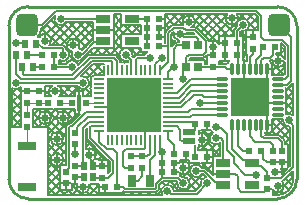
<source format=gtl>
G04*
G04 #@! TF.GenerationSoftware,Altium Limited,Altium Designer,21.3.2 (30)*
G04*
G04 Layer_Physical_Order=1*
G04 Layer_Color=255*
%FSLAX25Y25*%
%MOIN*%
G70*
G04*
G04 #@! TF.SameCoordinates,A34A3340-7ABE-472C-AE94-605A2DEBF9E2*
G04*
G04*
G04 #@! TF.FilePolarity,Positive*
G04*
G01*
G75*
%ADD11C,0.00600*%
%ADD12C,0.01000*%
%ADD18R,0.05118X0.02756*%
G04:AMPARAMS|DCode=19|XSize=75mil|YSize=75mil|CornerRadius=18.75mil|HoleSize=0mil|Usage=FLASHONLY|Rotation=0.000|XOffset=0mil|YOffset=0mil|HoleType=Round|Shape=RoundedRectangle|*
%AMROUNDEDRECTD19*
21,1,0.07500,0.03750,0,0,0.0*
21,1,0.03750,0.07500,0,0,0.0*
1,1,0.03750,0.01875,-0.01875*
1,1,0.03750,-0.01875,-0.01875*
1,1,0.03750,-0.01875,0.01875*
1,1,0.03750,0.01875,0.01875*
%
%ADD19ROUNDEDRECTD19*%
%ADD20R,0.05906X0.02913*%
G04:AMPARAMS|DCode=21|XSize=38.98mil|YSize=10.63mil|CornerRadius=1.33mil|HoleSize=0mil|Usage=FLASHONLY|Rotation=180.000|XOffset=0mil|YOffset=0mil|HoleType=Round|Shape=RoundedRectangle|*
%AMROUNDEDRECTD21*
21,1,0.03898,0.00797,0,0,180.0*
21,1,0.03632,0.01063,0,0,180.0*
1,1,0.00266,-0.01816,0.00399*
1,1,0.00266,0.01816,0.00399*
1,1,0.00266,0.01816,-0.00399*
1,1,0.00266,-0.01816,-0.00399*
%
%ADD21ROUNDEDRECTD21*%
G04:AMPARAMS|DCode=22|XSize=38.98mil|YSize=10.63mil|CornerRadius=1.33mil|HoleSize=0mil|Usage=FLASHONLY|Rotation=270.000|XOffset=0mil|YOffset=0mil|HoleType=Round|Shape=RoundedRectangle|*
%AMROUNDEDRECTD22*
21,1,0.03898,0.00797,0,0,270.0*
21,1,0.03632,0.01063,0,0,270.0*
1,1,0.00266,-0.00399,-0.01816*
1,1,0.00266,-0.00399,0.01816*
1,1,0.00266,0.00399,0.01816*
1,1,0.00266,0.00399,-0.01816*
%
%ADD22ROUNDEDRECTD22*%
%ADD23R,0.02362X0.02362*%
%ADD24R,0.02756X0.02756*%
%ADD25R,0.01181X0.05709*%
%ADD26R,0.01968X0.02756*%
%ADD27R,0.02362X0.02362*%
%ADD28R,0.18110X0.18110*%
%ADD29O,0.00787X0.03740*%
%ADD30O,0.03740X0.00787*%
%ADD31R,0.01968X0.02362*%
%ADD32R,0.02500X0.04000*%
%ADD33R,0.02362X0.02756*%
%ADD52R,0.12795X0.12795*%
%ADD53R,0.04488X0.02264*%
%ADD54C,0.00400*%
%ADD55C,0.02500*%
D11*
X77461Y55847D02*
G03*
X80250Y57900I639J2053D01*
G01*
X76550Y60100D02*
G03*
X75940Y61600I-2150J0D01*
G01*
X72860D02*
G03*
X76550Y60100I1540J-1500D01*
G01*
X80250Y57900D02*
G03*
X76047Y57261I-2150J0D01*
G01*
X75293Y56507D02*
G03*
X75000Y55800I707J-707D01*
G01*
X75293Y56507D02*
G03*
X75000Y55800I707J-707D01*
G01*
X92000Y46461D02*
G03*
X88999Y47952I-2100J-461D01*
G01*
X87782Y46367D02*
G03*
X92000Y45539I2118J-367D01*
G01*
X92843Y36843D02*
G03*
X93550Y37135I0J1000D01*
G01*
X92843Y36843D02*
G03*
X93550Y37135I0J1000D01*
G01*
X92431Y36273D02*
G03*
X92260Y36843I-1033J0D01*
G01*
X79539Y47950D02*
G03*
X79291Y47291I752J-659D01*
G01*
X87000Y46000D02*
G03*
X87707Y46293I0J1000D01*
G01*
X87000Y46000D02*
G03*
X87707Y46293I0J1000D01*
G01*
X79539Y47950D02*
G03*
X79291Y47291I752J-659D01*
G01*
X87628Y45013D02*
G03*
X86899Y46000I-1033J0D01*
G01*
X79291Y45874D02*
G03*
X78721Y46046I-570J-861D01*
G01*
X73491Y45919D02*
G03*
X72954Y45013I496J-906D01*
G01*
X72707Y44707D02*
G03*
X72000Y45000I-707J-707D01*
G01*
X72707Y44707D02*
G03*
X72000Y45000I-707J-707D01*
G01*
X60905Y57050D02*
G03*
X62150Y59000I-905J1950D01*
G01*
D02*
G03*
X58099Y57995I-2150J0D01*
G01*
X62772Y56757D02*
G03*
X62065Y57050I-707J-707D01*
G01*
X62772Y56757D02*
G03*
X62065Y57050I-707J-707D01*
G01*
X55000Y58000D02*
G03*
X54293Y57707I0J-1000D01*
G01*
X55000Y58000D02*
G03*
X54293Y57707I0J-1000D01*
G01*
X52443Y55857D02*
G03*
X52150Y55150I707J-707D01*
G01*
X54938Y55524D02*
G03*
X56785Y52709I2042J-674D01*
G01*
X52443Y55857D02*
G03*
X52150Y55150I707J-707D01*
G01*
X69982Y51533D02*
G03*
X66609Y52339I-1982J-833D01*
G01*
Y52507D02*
G03*
X66316Y53214I-1000J0D01*
G01*
X66609Y52507D02*
G03*
X66316Y53214I-1000J0D01*
G01*
X64714Y47000D02*
G03*
X65421Y47293I0J1000D01*
G01*
X64714Y47000D02*
G03*
X65421Y47293I0J1000D01*
G01*
X56087Y52087D02*
G03*
X55379Y51794I0J-1000D01*
G01*
X56087Y52087D02*
G03*
X55379Y51794I0J-1000D01*
G01*
X92431Y30367D02*
G03*
X92249Y30953I-1033J0D01*
G01*
Y30953D02*
G03*
X92431Y31538I-851J586D01*
G01*
Y34304D02*
G03*
X92249Y34890I-1033J0D01*
G01*
D02*
G03*
X92431Y35475I-851J586D01*
G01*
Y32336D02*
G03*
X92249Y32921I-1033J0D01*
G01*
D02*
G03*
X92431Y33507I-851J586D01*
G01*
X94800Y27732D02*
G03*
X92431Y28019I-1400J-1632D01*
G01*
X92249Y28984D02*
G03*
X92431Y29570I-851J586D01*
G01*
Y28399D02*
G03*
X92249Y28984I-1033J0D01*
G01*
X91302Y26568D02*
G03*
X93600Y23959I2098J-469D01*
G01*
X86595Y21765D02*
G03*
X87628Y22798I0J1033D01*
G01*
X85228Y21937D02*
G03*
X85798Y21765I570J861D01*
G01*
X90507Y20907D02*
G03*
X89800Y21200I-707J-707D01*
G01*
X90507Y20907D02*
G03*
X89800Y21200I-707J-707D01*
G01*
X68094Y22050D02*
G03*
X70551Y18611I905J-1950D01*
G01*
X92000Y19000D02*
G03*
X91707Y19707I-1000J0D01*
G01*
X92000Y19000D02*
G03*
X91707Y19707I-1000J0D01*
G01*
X91072Y5867D02*
G03*
X91598Y6143I-182J983D01*
G01*
X91072Y5867D02*
G03*
X91598Y6143I-182J983D01*
G01*
X91050Y9000D02*
G03*
X90813Y9982I-2150J0D01*
G01*
X90936Y8310D02*
G03*
X91050Y9000I-2036J690D01*
G01*
X91750Y4300D02*
G03*
X91072Y5867I-2150J0D01*
G01*
X89551Y1200D02*
G03*
X94800Y6449I0J5249D01*
G01*
X88081Y2778D02*
G03*
X91750Y4300I1519J1522D01*
G01*
X67142Y22919D02*
G03*
X68094Y22050I1858J1081D01*
G01*
X63344Y17827D02*
G03*
X66550Y19700I1056J1873D01*
G01*
D02*
G03*
X63344Y21573I-2150J0D01*
G01*
X60350Y10300D02*
G03*
X57018Y12096I-2150J0D01*
G01*
X65807Y10007D02*
G03*
X65100Y10300I-707J-707D01*
G01*
X65807Y10007D02*
G03*
X65100Y10300I-707J-707D01*
G01*
X64403D02*
G03*
X64403Y8300I-1903J-1000D01*
G01*
X65762Y7223D02*
G03*
X64047Y4461I338J-2123D01*
G01*
X57018Y8504D02*
G03*
X60350Y10300I1182J1796D01*
G01*
Y5100D02*
G03*
X57561Y7153I-2150J0D01*
G01*
X56147Y5739D02*
G03*
X60350Y5100I2053J-639D01*
G01*
X55048Y2600D02*
G03*
X51187Y1200I-2148J-100D01*
G01*
X49857Y2920D02*
G03*
X50150Y3627I-707J707D01*
G01*
X49857Y2920D02*
G03*
X50150Y3627I-707J707D01*
G01*
X46030Y48919D02*
G03*
X45097Y48000I970J-1919D01*
G01*
X43000D02*
G03*
X42293Y47707I0J-1000D01*
G01*
X43000Y48000D02*
G03*
X42293Y47707I0J-1000D01*
G01*
X41150Y48000D02*
G03*
X39779Y45996I-2150J0D01*
G01*
X39827Y45462D02*
G03*
X38465Y45330I-575J-1159D01*
G01*
X37102Y45898D02*
G03*
X36810Y46605I-1000J0D01*
G01*
X37102Y45898D02*
G03*
X36810Y46605I-1000J0D01*
G01*
X38465Y45330D02*
G03*
X37102Y45462I-787J-1027D01*
G01*
X35707Y47707D02*
G03*
X35000Y48000I-707J-707D01*
G01*
X35707Y47707D02*
G03*
X35000Y48000I-707J-707D01*
G01*
X28524Y41168D02*
G03*
X27497Y39087I0J-1294D01*
G01*
Y35937D02*
G03*
X27497Y34362I1027J-787D01*
G01*
Y37512D02*
G03*
X27497Y35937I1027J-787D01*
G01*
X23317Y50126D02*
G03*
X23550Y51100I-1917J974D01*
G01*
X24513Y49527D02*
G03*
X23317Y50126I-1513J-1527D01*
G01*
X18507Y50907D02*
G03*
X17800Y51200I-707J-707D01*
G01*
X18507Y50907D02*
G03*
X17800Y51200I-707J-707D01*
G01*
X19000Y50000D02*
G03*
X18707Y50707I-1000J0D01*
G01*
X19000Y50000D02*
G03*
X18707Y50707I-1000J0D01*
G01*
X27041Y48000D02*
G03*
X26333Y47707I0J-1000D01*
G01*
X21083Y48974D02*
G03*
X25037Y47311I1917J-974D01*
G01*
X23550Y51100D02*
G03*
X21083Y48974I-2150J0D01*
G01*
X27041Y48000D02*
G03*
X26333Y47707I0J-1000D01*
G01*
X23098Y44471D02*
G03*
X19097Y45000I-2098J-471D01*
G01*
X20150Y48000D02*
G03*
X19000Y49903I-2150J0D01*
G01*
X15378Y60964D02*
G03*
X19203Y59000I1922J-964D01*
G01*
X11000Y57000D02*
G03*
X11707Y57293I0J1000D01*
G01*
X11000Y57000D02*
G03*
X11707Y57293I0J1000D01*
G01*
X9633Y53978D02*
G03*
X10650Y56125I-1758J2147D01*
G01*
X16821Y46202D02*
G03*
X20150Y48000I1179J1798D01*
G01*
X14150Y52700D02*
G03*
X10271Y53978I-2150J0D01*
G01*
X13540Y51200D02*
G03*
X14150Y52700I-1540J1500D01*
G01*
X27497Y39087D02*
G03*
X27497Y37512I1027J-787D01*
G01*
X26842Y38692D02*
G03*
X24199Y40784I-2150J0D01*
G01*
X22788Y37692D02*
G03*
X26842Y38692I1903J1000D01*
G01*
X17650Y35800D02*
G03*
X16522Y37692I-2150J0D01*
G01*
X1200Y36793D02*
G03*
X3919Y37139I1150J1817D01*
G01*
X14478Y37692D02*
G03*
X14209Y34081I1022J-1892D01*
G01*
X16792D02*
G03*
X17650Y35800I-1292J1719D01*
G01*
X29000Y14606D02*
G03*
X25700Y16423I-2150J0D01*
G01*
X28541Y13278D02*
G03*
X29000Y14606I-1691J1328D01*
G01*
X26000Y20300D02*
G03*
X26293Y19593I1000J0D01*
G01*
X26000Y20300D02*
G03*
X26293Y19593I1000J0D01*
G01*
X22842Y4982D02*
G03*
X26850Y3900I1858J-1082D01*
G01*
X20446Y25081D02*
G03*
X19739Y24788I0J-1000D01*
G01*
X20446Y25081D02*
G03*
X19739Y24788I0J-1000D01*
G01*
X20150Y27000D02*
G03*
X20150Y27000I-2150J0D01*
G01*
X38193Y2393D02*
G03*
X38900Y2100I707J707D01*
G01*
X48623D02*
G03*
X49330Y2393I0J1000D01*
G01*
X38193D02*
G03*
X38900Y2100I707J707D01*
G01*
X48623D02*
G03*
X49330Y2393I0J1000D01*
G01*
X26850Y3900D02*
G03*
X26659Y4785I-2150J0D01*
G01*
X19212Y24261D02*
G03*
X18919Y23554I707J-707D01*
G01*
X19212Y24261D02*
G03*
X18919Y23554I707J-707D01*
G01*
X14150Y27000D02*
G03*
X14150Y27000I-2150J0D01*
G01*
X16970Y11081D02*
G03*
X18150Y13000I-970J1919D01*
G01*
Y20000D02*
G03*
X18150Y20000I-2150J0D01*
G01*
Y13000D02*
G03*
X16919Y11056I-2150J0D01*
G01*
X81986Y61600D02*
X83000Y60586D01*
Y56050D02*
Y60586D01*
X79821Y61600D02*
X83000Y58421D01*
X80229Y57602D02*
X83000Y60373D01*
X81506Y56050D02*
X83000Y57544D01*
X79219Y56050D02*
X83000D01*
X76993Y61600D02*
X78602Y59990D01*
X79406Y59607D02*
X81399Y61600D01*
X76462Y59491D02*
X78571Y61600D01*
X80190Y58403D02*
X82543Y56050D01*
X77000Y55386D02*
X77461Y55847D01*
X79519Y53969D02*
X81300D01*
Y55750D01*
X79219Y52113D02*
Y56050D01*
X78081Y52027D02*
X79219Y50889D01*
Y47950D02*
Y51887D01*
X78081Y52625D02*
X79219Y53763D01*
X77000Y54081D02*
Y55386D01*
X77275Y55661D02*
X79219Y53717D01*
X77000Y54373D02*
X78398Y55771D01*
X78081Y50081D02*
Y54081D01*
X77000D02*
X78081D01*
X75940Y61600D02*
X81986D01*
X75293Y56507D02*
X76047Y57261D01*
X74400Y60100D02*
X76250D01*
X71336Y61600D02*
X72314Y60622D01*
X72550Y60100D02*
X74400D01*
X52018Y61600D02*
X72860D01*
X74922Y58014D02*
X75861Y57075D01*
X74400Y58250D02*
Y60100D01*
X71052Y54081D02*
X75008Y58038D01*
X74144Y54081D02*
X75000D01*
Y55800D01*
X73880Y54081D02*
X75000Y55201D01*
X68508Y61600D02*
X75000Y55108D01*
X65679Y61600D02*
X73198Y54081D01*
X65422Y54108D02*
X72621Y61307D01*
X69982Y54081D02*
X73919D01*
X66609Y52466D02*
X72803Y58661D01*
X90850Y50572D02*
X92000Y49421D01*
Y46461D02*
Y50586D01*
X90850Y51736D02*
X92000Y50586D01*
X90850Y48423D02*
X92000Y49574D01*
X90850Y48419D02*
Y51736D01*
X89900Y46000D02*
Y47850D01*
X89000Y48419D02*
X90850D01*
X89900Y46000D02*
X91750D01*
X89900Y44150D02*
Y46000D01*
X88050D02*
X89900D01*
X93550Y37135D02*
X94800Y38386D01*
X92431Y35863D02*
X94800Y38231D01*
X89326Y41243D02*
X92000Y43917D01*
X91351Y44414D02*
X92000Y43765D01*
Y41414D02*
Y45539D01*
X88757Y44179D02*
X91758Y41178D01*
X87767Y41243D02*
X91399D01*
X87628Y42479D02*
X88865Y41243D01*
X78081Y46968D02*
X79219Y48106D01*
X78081Y49198D02*
X79219Y48060D01*
X78081Y49797D02*
X79219Y50935D01*
X78081Y46046D02*
Y49919D01*
X72063Y46219D02*
Y48000D01*
X78081Y46046D02*
X78721D01*
X70081Y45919D02*
X73491D01*
X87564Y45372D02*
X88079Y44857D01*
X79291Y45874D02*
Y47291D01*
X87628Y42373D02*
X89216Y43962D01*
X87628Y41381D02*
Y45013D01*
X86197Y43197D02*
X87328D01*
X78323D02*
Y45746D01*
X60936Y60936D02*
X61600Y61600D01*
X62129Y59301D02*
X64428Y61600D01*
X60936Y60936D02*
X61600Y61600D01*
X60000Y59000D02*
X61850D01*
X60022Y61600D02*
X60542Y61081D01*
X57194Y61600D02*
X58380Y60414D01*
X55172Y58000D02*
X58772Y61600D01*
X58150Y59000D02*
X60000D01*
Y60850D01*
X55000Y58000D02*
X58000D01*
X64007Y55522D02*
X70085Y61600D01*
X62851D02*
X70370Y54081D01*
X62570Y56913D02*
X67257Y61600D01*
X62772Y56757D02*
X66316Y53214D01*
X62081Y59542D02*
X69042Y52581D01*
X60905Y57050D02*
X62065D01*
X59120Y55050D02*
X61651D01*
X56980Y54850D02*
X58830D01*
X55130D02*
X56980D01*
X54365Y61600D02*
X57965Y58000D01*
X52018Y57675D02*
X55943Y61600D01*
X52018Y60503D02*
X53115Y61600D01*
X52018Y61119D02*
X55137Y58000D01*
X52018Y59081D02*
Y61600D01*
Y57919D02*
Y59081D01*
X49937Y60000D02*
X51718D01*
X52018Y57919D02*
Y59081D01*
X49937Y57000D02*
X51718D01*
X52443Y55857D02*
X54293Y57707D01*
X52018Y58291D02*
X53447Y56862D01*
X54150Y54736D02*
X54938Y55524D01*
X52018Y54919D02*
Y56081D01*
Y54919D02*
Y56081D01*
Y57919D01*
X52150Y52000D02*
Y55150D01*
X52018Y53081D02*
Y54919D01*
X72063Y52000D02*
Y53781D01*
X69982Y51533D02*
Y54081D01*
X69347Y52376D02*
X69982Y53011D01*
X70282Y52000D02*
X72063D01*
X66219Y47937D02*
X68000D01*
Y50700D02*
Y52550D01*
X65421Y47293D02*
X65919Y47791D01*
X70081Y45884D02*
X70965Y45000D01*
X70456D02*
X71375Y45919D01*
X65919Y45000D02*
Y45856D01*
X70081Y45000D02*
Y45856D01*
Y45000D02*
X72000D01*
X65278D02*
X65919D01*
Y46081D02*
Y47791D01*
X63309Y47000D02*
X64031Y46278D01*
X65278Y45479D02*
X65919Y46120D01*
X65278Y45000D02*
Y46278D01*
X59129Y54800D02*
X61901D01*
X56785Y52087D02*
Y52709D01*
X54150Y53330D02*
X55550Y51930D01*
X56087Y52087D02*
X56785D01*
X54150Y54150D02*
X54830Y54830D01*
X54150Y54150D02*
X54830Y54830D01*
X49937Y54000D02*
X51718D01*
X52018Y52000D02*
Y53081D01*
Y52000D02*
Y53081D01*
X60480Y47000D02*
X61202Y46278D01*
X63248D02*
X63971Y47000D01*
X60414D02*
X64714D01*
X60722Y46278D02*
X61341D01*
X65278D01*
X60722D02*
X61341D01*
X54150Y51322D02*
X55849Y53021D01*
X54293Y50707D02*
X55379Y51794D01*
X54150Y51000D02*
Y54736D01*
X60420Y46278D02*
X61142Y47000D01*
X60063Y46278D02*
X60722D01*
X93199Y36908D02*
X94800Y35308D01*
X92303Y34976D02*
X94800Y32479D01*
X92277Y32880D02*
X94800Y35403D01*
X92431Y31538D02*
Y32336D01*
Y35475D02*
Y36273D01*
Y33507D02*
Y34304D01*
Y32019D02*
X94800Y29651D01*
Y27732D02*
Y38386D01*
X92431Y30206D02*
X94800Y32574D01*
X93302Y28248D02*
X94800Y29746D01*
X93600Y10974D02*
Y23959D01*
X92431Y29570D02*
Y30367D01*
X92379Y29244D02*
X93373Y28250D01*
X89583Y31937D02*
X92132D01*
X87767Y26568D02*
X91302D01*
X87628Y25403D02*
X88794Y26568D01*
X87596Y22542D02*
X91252Y26198D01*
X89397Y26568D02*
X93600Y22366D01*
X86197Y24614D02*
X87328D01*
X87628Y22798D02*
Y26430D01*
X86197Y22065D02*
Y24614D01*
X85798Y21765D02*
X86595D01*
X89082Y21200D02*
X92199Y24317D01*
X91062Y20352D02*
X93600Y22889D01*
X87628Y25509D02*
X93600Y19537D01*
X90507Y20907D02*
X91707Y19707D01*
X86254Y21200D02*
X86852Y21798D01*
X87622Y22686D02*
X89109Y21200D01*
X85711Y21769D02*
X86280Y21200D01*
X85414D02*
X89800D01*
X93081Y16714D02*
X93600Y17232D01*
X93081Y17228D02*
X93600Y16709D01*
X92000Y18461D02*
X93600Y20061D01*
X93081Y14399D02*
X93600Y13880D01*
X93081Y11057D02*
X93600Y11575D01*
X93081Y13885D02*
X93600Y14404D01*
X92000Y18081D02*
Y19000D01*
X93081Y14144D02*
Y18081D01*
X92000D02*
X93081D01*
Y10455D02*
X93600Y10974D01*
X94800Y6449D02*
Y9345D01*
X91598Y6143D02*
X94800Y9345D01*
X93639Y8184D02*
X94800Y7023D01*
X92225Y6770D02*
X94445Y4550D01*
X91736Y4055D02*
X94800Y7119D01*
X93081Y11571D02*
X93600Y11052D01*
X93081Y10455D02*
Y13919D01*
X92608Y9982D02*
X93081Y10455D01*
X93018Y2508D02*
X93492Y2982D01*
X91747Y4420D02*
X93345Y2822D01*
X91000Y12063D02*
X92781D01*
X91050Y9025D02*
X92006Y9982D01*
X90813D02*
X92608D01*
X90936Y8310D02*
X92608Y9982D01*
X91000Y10282D02*
Y12063D01*
X88900Y9000D02*
X90750D01*
X68392Y8260D02*
X71551D01*
X89600Y4300D02*
X91450D01*
X90813Y2525D02*
X91685Y1653D01*
X88881Y1200D02*
X89845Y2164D01*
X89600Y2450D02*
Y4300D01*
X88081Y1200D02*
Y2778D01*
X86000Y3063D02*
X87781D01*
X88081Y1200D02*
X89551D01*
X88081Y2429D02*
X89310Y1200D01*
X66172Y20917D02*
X67612Y22358D01*
X64762Y22919D02*
X66946Y20735D01*
X69635Y18046D02*
X70551Y17130D01*
X66993Y16081D02*
X68866Y17954D01*
X66249Y18604D02*
X70551Y14302D01*
X65937Y23219D02*
Y25000D01*
X64400Y19700D02*
Y21550D01*
X64273Y21846D02*
X65345Y22919D01*
X64400Y19700D02*
X66250D01*
X64473Y17551D02*
X65943Y16081D01*
X64400Y17850D02*
Y19700D01*
X70551Y14278D02*
Y18611D01*
X68092Y10538D02*
Y14278D01*
X68018Y14278D02*
X70551Y16811D01*
X68092Y14278D02*
X70551D01*
X67277Y11919D02*
X68092Y11104D01*
X64449Y11919D02*
X68092Y8275D01*
X65937Y12219D02*
Y14000D01*
X68018Y11919D02*
Y16081D01*
X65937Y14000D02*
Y15781D01*
Y14000D02*
X67718D01*
X64266Y10526D02*
X65659Y11919D01*
X64081Y22919D02*
X67142D01*
X64081Y16081D02*
X68018D01*
X64164D02*
X67127Y19044D01*
X63000Y16081D02*
X63856D01*
X63344Y21573D02*
Y22919D01*
Y17040D02*
Y17827D01*
X63000Y16081D02*
Y17040D01*
X58969Y13219D02*
Y15000D01*
X57113Y12919D02*
X59919D01*
Y11919D02*
Y12919D01*
X61620Y11919D02*
X62123Y11417D01*
X64081Y11919D02*
X68018D01*
X62357Y11445D02*
X62831Y11919D01*
X59919D02*
X63856D01*
X57792Y12919D02*
X58262Y12449D01*
X57627Y12372D02*
X58174Y12919D01*
X57018Y12096D02*
Y12919D01*
X58200Y10300D02*
Y12150D01*
X54937Y12000D02*
X56718D01*
X68092Y9722D02*
Y10538D01*
Y9722D02*
Y10538D01*
X66191Y9623D02*
X68092Y11524D01*
X67606Y8209D02*
X68092Y8695D01*
Y7722D02*
Y9722D01*
X65807Y10007D02*
X68092Y7722D01*
X64403Y10300D02*
X65100D01*
X58200Y8450D02*
Y10300D01*
X59915Y9003D02*
X60355Y9443D01*
X64686Y8300D02*
X65762Y7223D01*
X59169Y2600D02*
X64777Y8209D01*
X63375Y7336D02*
X64355Y6356D01*
X62186Y2600D02*
X64047Y4461D01*
X60006Y6266D02*
X61274Y7534D01*
X60319Y4735D02*
X62320Y2734D01*
X59380Y8503D02*
X63734Y4148D01*
X61997Y2600D02*
X64007Y4610D01*
X59085Y3141D02*
X59626Y2600D01*
X58200Y10300D02*
X60050D01*
X58161Y7250D02*
X59497Y8585D01*
X57018Y8036D02*
X57835Y7219D01*
X57018Y7655D02*
Y8504D01*
X54937Y9000D02*
X56718D01*
X52726Y4643D02*
X53883Y5800D01*
X50150Y4536D02*
X51414Y5800D01*
X56086D01*
X51091Y5477D02*
X52081Y4488D01*
X54655Y3743D02*
X56050Y5139D01*
X53597Y5800D02*
X56797Y2600D01*
X55048D02*
X62186D01*
X56340D02*
X57034Y3294D01*
X50150Y3627D02*
Y4536D01*
X50149Y3591D02*
X50796Y2944D01*
X49330Y2393D02*
X49857Y2920D01*
X43919Y56081D02*
Y57722D01*
X41273D02*
X43919Y55076D01*
X37541Y57722D02*
X43919D01*
Y54919D02*
Y56081D01*
Y54919D02*
Y56081D01*
X37541Y54798D02*
X43919D01*
X35010Y61600D02*
X37541D01*
Y57722D02*
Y61600D01*
X35010Y58538D02*
Y61600D01*
Y54809D02*
X37923Y57722D01*
X35010Y54798D02*
Y57722D01*
Y61156D02*
X37541Y58626D01*
X38445Y57722D02*
X41369Y54798D01*
X40655D02*
X43580Y57722D01*
X37827Y54798D02*
X40751Y57722D01*
X43484Y54798D02*
X43919Y55233D01*
X37541Y50242D02*
Y54798D01*
X35010Y52671D02*
X37859Y49822D01*
X35010Y53982D02*
Y54798D01*
Y53982D02*
Y54798D01*
Y55500D02*
X37541Y52969D01*
X35010Y50242D02*
Y53982D01*
Y51981D02*
X37541Y54511D01*
X35010Y57722D02*
Y58538D01*
Y57638D02*
X37541Y60168D01*
X35010Y60466D02*
X36144Y61600D01*
X35010Y57722D02*
Y58538D01*
X31551Y56260D02*
X34710D01*
X28392D02*
X31551D01*
X28092Y57722D02*
Y58538D01*
X25853Y59000D02*
X28092Y56761D01*
X19203Y59000D02*
X28092D01*
Y54798D02*
Y57722D01*
Y58538D01*
X35010Y58328D02*
X38541Y54798D01*
X28092Y52980D02*
Y53982D01*
X23453Y51738D02*
X28092Y56376D01*
X33858Y48000D02*
X37541Y51683D01*
X25327Y47513D02*
X28092Y50278D01*
X24275Y49731D02*
X28092Y53548D01*
Y53982D02*
Y54798D01*
X23024Y59000D02*
X28092Y53932D01*
X22040Y53153D02*
X27887Y59000D01*
X28092Y53982D02*
Y54798D01*
X24513Y49527D02*
X27736Y52751D01*
X43919Y49419D02*
X44419Y48919D01*
X45185Y48153D01*
X43919Y48919D02*
Y50242D01*
Y48919D02*
X46030D01*
X43000Y48000D02*
X45097D01*
X40756Y49241D02*
X41756Y50242D01*
X40268D02*
X42595Y47914D01*
X37541Y50242D02*
X43919D01*
X43097D02*
X43919Y49419D01*
X41473Y47130D02*
X43919Y49576D01*
X41695Y47109D02*
X42293Y47707D01*
X41093Y47510D02*
X41534Y47069D01*
X36050Y47364D02*
X36857Y48171D01*
X37102Y45588D02*
X37759Y46244D01*
X28092Y50242D02*
X35010D01*
X34611D02*
X36850Y48003D01*
X27041Y48000D02*
X35000D01*
X35707Y47707D02*
X36810Y46605D01*
X28954Y50242D02*
X31196Y48000D01*
X31029D02*
X33271Y50242D01*
X28201Y48000D02*
X30443Y50242D01*
X31783D02*
X34025Y48000D01*
X27091Y49277D02*
X28368Y48000D01*
X28214Y44800D02*
X31758D01*
X28739D02*
X31659Y41880D01*
X26139Y40281D02*
X30658Y44800D01*
X31659Y41350D02*
Y44303D01*
X29854Y41168D02*
X31659Y42973D01*
X28524Y41168D02*
X31476D01*
X27062Y43648D02*
X29543Y41168D01*
X24199Y40784D02*
X28214Y44800D01*
X20196Y59000D02*
X27091Y52105D01*
X18281Y58087D02*
X25677Y50691D01*
X17259Y51200D02*
X25059Y59000D01*
X21400Y51100D02*
X23250D01*
X21400D02*
Y52950D01*
X19550Y51100D02*
X21400D01*
X23098Y44471D02*
X26333Y47707D01*
X20113Y48397D02*
X20762Y49047D01*
X20135Y47747D02*
X21957Y45925D01*
X20668Y46124D02*
X21269Y46725D01*
X18972Y46082D02*
X19507Y45547D01*
X11707Y57293D02*
X15378Y60964D01*
X10640Y55895D02*
X15198Y60453D01*
X13968Y53566D02*
X19402Y59000D01*
X13977Y59562D02*
X20491Y53048D01*
X12388Y54815D02*
X15923Y58349D01*
X10650Y56125D02*
Y57000D01*
X9633Y53978D02*
X10271D01*
X13540Y51200D02*
X17800D01*
X14430D02*
X22230Y59000D01*
X12562Y58148D02*
X19276Y51435D01*
X16884Y45169D02*
X17603Y45887D01*
X16884Y45000D02*
Y46081D01*
X12000Y52700D02*
Y54550D01*
X10882Y57000D02*
X16682Y51200D01*
X12000Y52700D02*
X13850D01*
X25648Y42234D02*
X27388Y40494D01*
X26747Y38061D02*
X27259Y38573D01*
X26797Y38257D02*
X27406Y37648D01*
X22695Y45322D02*
X23235Y45863D01*
X21705Y37692D02*
X23643Y35754D01*
X17250Y37049D02*
X17893Y37692D01*
X24441Y35754D02*
X25323Y36636D01*
X21921Y35754D02*
X24902D01*
X25519Y36707D02*
X27240Y34985D01*
X25596Y34081D02*
X27478Y35963D01*
X19939Y34081D02*
X23102Y37244D01*
X24902Y34081D02*
Y35754D01*
Y34081D02*
X27333D01*
X23411Y32000D02*
Y35454D01*
X18877Y37692D02*
X21921Y34648D01*
X17627Y36113D02*
X19659Y34081D01*
X17110D02*
X20721Y37692D01*
X21921Y34081D02*
Y35754D01*
X19018Y34081D02*
X21921D01*
X16884Y45000D02*
X19097D01*
X12081Y37692D02*
X14478D01*
X16522D02*
X22788D01*
X15500Y35800D02*
X17350D01*
X13650D02*
X15500D01*
X13220Y37692D02*
X13798Y37114D01*
X3029Y36569D02*
X3919Y35679D01*
X10000Y35937D02*
X11781D01*
X4219D02*
X6000D01*
X12081Y34708D02*
X13358Y35985D01*
X12081Y36002D02*
X14002Y34081D01*
X16792D02*
X18919D01*
X12081D02*
X14209D01*
X3919D02*
Y37139D01*
X12081Y34081D02*
Y37692D01*
X1200Y35141D02*
X2526Y36467D01*
X1200Y32313D02*
X3919Y35032D01*
X1200Y35570D02*
X3919Y32851D01*
X28987Y14845D02*
X30014Y15872D01*
X26293Y19593D02*
X32868Y13018D01*
X28541Y13278D02*
X30231D01*
Y13260D02*
X31428Y14458D01*
X26000Y20300D02*
Y23586D01*
X27832Y16519D02*
X28600Y17286D01*
X26850Y14606D02*
X28700D01*
X26850D02*
Y16456D01*
X33081Y12174D02*
X33700Y11555D01*
Y9114D02*
Y12186D01*
X33081Y12805D02*
X33700Y12186D01*
X33081Y9345D02*
X33506Y8920D01*
X33081Y8495D02*
X33700Y9114D01*
X33081Y10454D02*
X33700Y11073D01*
X30231Y13018D02*
X32868D01*
X33081Y9081D02*
Y12805D01*
X28150Y11000D02*
Y12978D01*
X31000Y10937D02*
X32781D01*
X31000D02*
Y12718D01*
X23411Y28546D02*
Y32000D01*
X21921Y28246D02*
Y29919D01*
X20993D02*
X21921Y28991D01*
Y28246D02*
X23832D01*
X22666D02*
X23249Y27663D01*
X20667Y25081D02*
X23832Y28246D01*
X19018Y29919D02*
X21921D01*
X19756Y28241D02*
X21434Y29919D01*
X18164D02*
X21835Y26249D01*
X19642Y25613D02*
X20204Y25051D01*
X18000Y27000D02*
X19850D01*
X25700Y16423D02*
Y23286D01*
Y19555D02*
X32237Y13018D01*
X16446Y22103D02*
X22589Y28246D01*
X25700Y17215D02*
X27185Y18700D01*
X22000Y5282D02*
Y7063D01*
X21081Y2982D02*
Y4982D01*
X19000Y5063D02*
X20781D01*
X38900Y2100D02*
X48623D01*
X34144Y1919D02*
X38081D01*
X32063Y2219D02*
Y4000D01*
X32022Y1919D02*
X32741Y1200D01*
X30282Y4000D02*
X32063D01*
X34851Y1919D02*
X35570Y1200D01*
X32313D02*
X33032Y1919D01*
X48796Y2115D02*
X49712Y1200D01*
X49283D02*
X50757Y2674D01*
X43155Y2100D02*
X44055Y1200D01*
X45983Y2100D02*
X46883Y1200D01*
X46455D02*
X47355Y2100D01*
X43626Y1200D02*
X44526Y2100D01*
X40326D02*
X41226Y1200D01*
X40798D02*
X41698Y2100D01*
X37970Y1200D02*
X38870Y2101D01*
X37679Y1919D02*
X38398Y1200D01*
X35141D02*
X35860Y1919D01*
X27081Y4785D02*
X29982D01*
X26829Y4201D02*
X27413Y4785D01*
X29156D02*
X29982Y3959D01*
Y1919D02*
Y4785D01*
X24700Y3900D02*
X26550D01*
X21081Y4982D02*
X22842D01*
X22850Y3900D02*
X24700D01*
X21081Y4110D02*
X21952Y4982D01*
X24700Y2050D02*
Y3900D01*
X16919Y2982D02*
X21081D01*
X26656Y1200D02*
X29982Y4526D01*
X26812Y4300D02*
X29913Y1200D01*
X26054Y2230D02*
X27084Y1200D01*
X29982Y1919D02*
X33919D01*
X29484Y1200D02*
X30203Y1919D01*
X13000Y1200D02*
X51187D01*
X19646Y2982D02*
X21427Y1200D01*
X21081Y4375D02*
X24256Y1200D01*
X18171D02*
X19952Y2982D01*
X23827Y1200D02*
X24399Y1771D01*
X20999Y1200D02*
X22764Y2965D01*
X17830Y29143D02*
X18605Y29919D01*
X15336D02*
X16612Y28642D01*
X13887Y28030D02*
X15777Y29919D01*
X16150Y27000D02*
X18000D01*
Y28850D01*
X15081Y29919D02*
X18919D01*
X10919D02*
X12081D01*
X12173Y29143D02*
X12948Y29919D01*
X10919D02*
X12081D01*
X14856D01*
X12000Y27000D02*
X13850D01*
X12000D02*
Y28850D01*
X18000Y25150D02*
Y27000D01*
X17523Y24904D02*
X18919Y23508D01*
X13790Y25808D02*
X18919Y20679D01*
X19212Y24261D02*
X19739Y24788D01*
X12508Y29919D02*
X15904Y26523D01*
X12686Y24000D02*
X15857Y27171D01*
X12000Y25150D02*
Y27000D01*
X13000Y21485D02*
X16759Y25244D01*
X11918Y24852D02*
X12770Y24000D01*
X9679Y29919D02*
X10808Y28790D01*
X8081Y27880D02*
X10120Y29919D01*
X3919Y26081D02*
Y29919D01*
X10150Y27000D02*
X12000D01*
X8081Y28688D02*
X9852Y26918D01*
X8081Y29919D02*
X10919D01*
X3919Y30018D02*
Y33856D01*
X1200Y29484D02*
X3919Y32203D01*
X1200Y32741D02*
X3919Y30022D01*
X1200Y26656D02*
X3919Y29375D01*
X1200Y29913D02*
X3919Y27194D01*
X8081Y25860D02*
X9941Y24000D01*
X8081Y25052D02*
X9857Y26827D01*
X8081Y24000D02*
X13000D01*
X9858D02*
X10970Y25113D01*
X8081Y24000D02*
Y25856D01*
Y26081D02*
Y29919D01*
X1200Y27084D02*
X3919Y24365D01*
X1200Y24000D02*
Y36793D01*
X3919Y24000D02*
Y25856D01*
X1373Y24000D02*
X3919Y26546D01*
X17989Y20817D02*
X18919Y21747D01*
X14748Y14748D02*
X18919Y18919D01*
X14748Y14748D02*
X18919Y18919D01*
X17856Y18914D02*
X18919Y17851D01*
X17432Y14604D02*
X18919Y16091D01*
X16089Y17852D02*
X18919Y15022D01*
X16000Y20000D02*
X17850D01*
X16000Y18150D02*
Y20000D01*
Y21850D01*
Y13000D02*
X17850D01*
X16000D02*
Y14850D01*
X18150Y12963D02*
X18919Y12194D01*
Y11081D02*
Y23554D01*
X18068Y12411D02*
X18919Y13262D01*
X17219Y5063D02*
X19000D01*
Y3282D02*
Y5063D01*
X16970Y11081D02*
X18919D01*
X16919Y7144D02*
Y11056D01*
X16000Y11150D02*
Y13000D01*
X16919Y2982D02*
Y6919D01*
X15342Y1200D02*
X17124Y2982D01*
X14150Y20000D02*
X16000D01*
X13000Y23770D02*
X14914Y21856D01*
X13000Y15828D02*
X15183Y18011D01*
X13000Y13000D02*
X14253Y14253D01*
X13000Y18113D02*
X15963Y15150D01*
X13000Y20941D02*
X13852Y20089D01*
X13000Y18657D02*
X13897Y19554D01*
X1200Y24000D02*
X3919D01*
X13000Y13000D02*
X14253Y14253D01*
X13000Y15284D02*
X14165Y14120D01*
X13000Y9627D02*
X16919Y5708D01*
X13000Y12456D02*
X16919Y8537D01*
X13000Y1686D02*
X16919Y5605D01*
X13000Y6799D02*
X18599Y1200D01*
X13000Y4515D02*
X16919Y8434D01*
X14150Y13000D02*
X16000D01*
X13000Y10172D02*
X14396Y11568D01*
X13000Y1200D02*
Y24000D01*
Y3971D02*
X15771Y1200D01*
X13000Y7343D02*
X16589Y10932D01*
X19919Y23554D02*
X20446Y24081D01*
X19881Y9881D02*
Y10195D01*
X19000Y9000D02*
X19881Y9881D01*
X22150Y14980D02*
Y17913D01*
X19881Y10195D02*
X19919Y10233D01*
Y23554D01*
X22000Y18063D02*
X22150Y17913D01*
X22717Y23718D02*
X26276Y27276D01*
X22717Y22717D02*
Y23718D01*
X22000Y22000D02*
X22717Y22717D01*
X26276Y27276D02*
X30000D01*
X24700Y11300D02*
Y23700D01*
X26701Y25701D01*
X22000Y11000D02*
X25000D01*
X26701Y25701D02*
X30000D01*
X20446Y24081D02*
X21081D01*
X25850Y28850D02*
X30000D01*
X21081Y24081D02*
X25850Y28850D01*
X75100Y11800D02*
Y13900D01*
Y11800D02*
X78900Y8000D01*
X82400D01*
X77945Y12955D02*
X80045D01*
X82005Y10995D01*
X74400Y16500D02*
Y20276D01*
Y16500D02*
X77945Y12955D01*
X72900Y16100D02*
X75100Y13900D01*
X72900Y16100D02*
Y21600D01*
X69363Y23637D02*
X70863D01*
X72900Y21600D01*
X71551Y12000D02*
Y19349D01*
X70800Y20100D02*
X71551Y19349D01*
X69000Y20100D02*
X70800D01*
X74386Y20290D02*
Y24614D01*
Y20290D02*
X74400Y20276D01*
X68000Y47937D02*
Y50700D01*
X90891Y6850D02*
X94600Y10559D01*
Y24386D01*
X93400Y25586D02*
X94600Y24386D01*
X93400Y25586D02*
Y26100D01*
X61200Y22200D02*
X62000Y23000D01*
X57628Y19072D02*
X60200D01*
X57000Y19700D02*
X57628Y19072D01*
X80800Y49900D02*
X81091Y49609D01*
X81300Y48300D02*
Y50032D01*
X80291Y47291D02*
X81300Y48300D01*
X49937Y54000D02*
Y57000D01*
X51000Y6800D02*
Y6800D01*
X49150Y3627D02*
Y4950D01*
X51000Y6800D01*
X48623Y3100D02*
X49150Y3627D01*
X38900Y3100D02*
X48623D01*
X54202Y1600D02*
X62600D01*
X66100Y5100D01*
X52900Y2500D02*
X53302D01*
X54202Y1600D01*
X65100Y9300D02*
X68802Y5598D01*
X70473D01*
X62500Y9300D02*
X65100D01*
X70473Y5598D02*
X71551Y4520D01*
X38000Y4000D02*
X38900Y3100D01*
X51000Y6800D02*
Y9000D01*
X56500Y6800D02*
X58200Y5100D01*
X51000Y6800D02*
X56500D01*
X6000Y35937D02*
X10000D01*
X17300Y60000D02*
X31551D01*
X9000Y51700D02*
X9800D01*
X11300Y50200D01*
X17800D01*
X4960Y52000D02*
X5260Y51700D01*
X2350Y52000D02*
X4960D01*
X27000Y20300D02*
X34700Y12600D01*
Y8700D02*
Y12600D01*
X27000Y20300D02*
Y23775D01*
X30000Y19000D02*
X32600Y16400D01*
X34900D01*
X30000Y19000D02*
Y22551D01*
X33000Y7000D02*
X34700Y8700D01*
X34900Y16400D02*
X36000Y15300D01*
Y4000D02*
Y15300D01*
X28444Y52044D02*
X31075D01*
X31551Y52520D01*
X24620Y48220D02*
X28444Y52044D01*
X23000Y48000D02*
X23220Y48220D01*
X24620D01*
X38100Y10900D02*
X38800Y10200D01*
X40900D01*
X38100Y10900D02*
Y15400D01*
X39100Y16400D01*
X45000D01*
X45551Y16951D02*
Y19598D01*
X45000Y16400D02*
X45551Y16951D01*
X43000Y6000D02*
X44500Y7500D01*
Y10131D01*
X44561Y14130D02*
X46230D01*
X47126Y15026D02*
Y19598D01*
X46230Y14130D02*
X47126Y15026D01*
X44500Y14069D02*
X44561Y14130D01*
X44368Y14200D02*
X44500Y14069D01*
X40900Y14137D02*
X40963Y14200D01*
X44368D01*
X54937Y9000D02*
Y12000D01*
X85137Y2200D02*
X86000Y3063D01*
X76300Y3400D02*
X77500Y2200D01*
X85137D01*
X76300Y3400D02*
Y7500D01*
X75540Y8260D02*
X76300Y7500D01*
X71551Y8260D02*
X75540D01*
X88000Y12063D02*
X91000D01*
X14898Y47961D02*
X15000Y47858D01*
X76000Y52000D02*
Y55800D01*
X76354Y48000D02*
Y51646D01*
X76000Y55800D02*
X78100Y57900D01*
X76354Y43197D02*
Y48000D01*
X86000Y6850D02*
X90891D01*
X43000Y47000D02*
X47000D01*
X56980Y54850D02*
X57494D01*
X48737Y44737D02*
X51000Y47000D01*
X48737Y42863D02*
Y44737D01*
X58544Y53800D02*
X62558D01*
X57494Y54850D02*
X58544Y53800D01*
X87000Y47000D02*
X88000Y48000D01*
X85000Y47000D02*
X87000D01*
X88000Y48000D02*
Y49937D01*
X91000Y53000D02*
X93000Y51000D01*
X85000Y53000D02*
X91000D01*
X93000Y41000D02*
Y51000D01*
X89583Y39811D02*
X89706Y39935D01*
X91935D01*
X93000Y41000D01*
X91000Y57000D02*
Y58000D01*
X92843Y37843D02*
X94200Y39200D01*
Y53800D01*
X91000Y57000D02*
X94200Y53800D01*
X72063Y48000D02*
Y52000D01*
X58950Y56050D02*
X62065D01*
X65609Y52507D01*
X58000Y57000D02*
X58950Y56050D01*
X62558Y53800D02*
X63000Y53358D01*
Y51087D02*
Y53358D01*
X55000Y57000D02*
X58000D01*
X53150Y55150D02*
X55000Y57000D01*
X53150Y51000D02*
Y55150D01*
X64714Y48000D02*
X65609Y48895D01*
Y52507D01*
X53150Y45701D02*
Y51000D01*
X49937D02*
X53150D01*
X42402Y46402D02*
X43000Y47000D01*
X50276Y42827D02*
X53150Y45701D01*
X48701Y42827D02*
X48737Y42863D01*
X54850Y43850D02*
X54934D01*
Y43951D02*
X55000Y44016D01*
X60852Y39811D02*
X71000D01*
X55000Y44016D02*
Y50000D01*
X53225Y42225D02*
X54850Y43850D01*
X58000Y40000D02*
Y42937D01*
X53228Y35150D02*
X56190D01*
X60852Y39811D01*
X15000Y44000D02*
X21000D01*
X2350Y38609D02*
X2432Y38692D01*
X4108Y39892D02*
X21892D01*
X5199Y41092D02*
X21132D01*
X2367Y41633D02*
X4108Y39892D01*
X4847Y41443D02*
X5199Y41092D01*
X2432Y38692D02*
X24692D01*
X21132Y41092D02*
X27041Y47000D01*
X4847Y41443D02*
Y43412D01*
X21892Y39892D02*
X27800Y45800D01*
X4260Y44000D02*
X4847Y43412D01*
X26850Y13589D02*
Y14606D01*
Y13589D02*
X27268Y13170D01*
Y12078D02*
Y13170D01*
Y12078D02*
X27484Y11862D01*
X24700Y11300D02*
X25000Y11000D01*
X27484Y11862D02*
X28000D01*
X79197Y35000D02*
X80291Y33906D01*
X78323Y35874D02*
X79197Y35000D01*
X80291Y33906D02*
X86197Y39811D01*
Y43197D01*
X77000Y35000D02*
X79197D01*
X80291Y33906D02*
X82260Y31937D01*
X15600Y62600D02*
X82400D01*
X11000Y58000D02*
X15600Y62600D01*
X6000Y58000D02*
X11000D01*
X82400Y62600D02*
X84000Y61000D01*
X78323Y35874D02*
Y43197D01*
X82260Y31937D02*
X86197Y28000D01*
X63587Y31980D02*
X63608Y31958D01*
X86197Y24614D02*
Y28000D01*
X82260Y31937D02*
X89583D01*
X63608Y31958D02*
X70979D01*
X71000Y31937D01*
X18000Y48000D02*
Y50000D01*
X17800Y50200D02*
X18000Y50000D01*
X51000Y9000D02*
Y12000D01*
X36000Y4000D02*
X38000D01*
X47000Y6000D02*
Y13000D01*
X41000Y6000D02*
X43000D01*
X51000Y15514D02*
Y16028D01*
Y12000D02*
Y15514D01*
X50276Y16753D02*
Y19598D01*
Y16753D02*
X51000Y16028D01*
X82400Y8000D02*
X82530Y7869D01*
X55032Y15000D02*
Y17968D01*
X69000Y24000D02*
X69363Y23637D01*
X53228Y19772D02*
Y22551D01*
Y19772D02*
X55032Y17968D01*
X85000Y20200D02*
X89800D01*
X91000Y19000D01*
Y16000D02*
Y19000D01*
X87000D02*
X88000Y18000D01*
X82000Y19000D02*
X87000D01*
X88000Y16000D02*
Y18000D01*
X84818Y13182D02*
Y15119D01*
X83937Y16000D02*
X84818Y15119D01*
Y13182D02*
X85937Y12063D01*
X88000D01*
X58000Y42937D02*
X59063Y44000D01*
X80291Y20709D02*
X82000Y19000D01*
X84228Y20972D02*
Y24614D01*
Y20972D02*
X85000Y20200D01*
X80291Y20709D02*
Y24614D01*
X78000Y16000D02*
X80000D01*
X76354Y17646D02*
Y24614D01*
Y17646D02*
X78000Y16000D01*
X82005Y10995D02*
X84005D01*
X86000Y9000D01*
Y7000D02*
Y9000D01*
X27041Y47000D02*
X35000D01*
X41000Y60000D02*
X46000D01*
Y57000D02*
Y60000D01*
Y54000D02*
Y57000D01*
Y51000D02*
Y54000D01*
X60000Y48000D02*
X64714D01*
X59063Y47063D02*
X60000Y48000D01*
X59063Y44000D02*
Y47063D01*
X56087Y51087D02*
X59063D01*
X55000Y50000D02*
X56087Y51087D01*
X84000Y54000D02*
X85000Y53000D01*
X84000Y54000D02*
Y61000D01*
X53225Y39961D02*
Y42225D01*
X53228Y39874D02*
Y39957D01*
X53225Y39961D02*
X53228Y39957D01*
X14898Y47961D02*
X14937Y48000D01*
X15000Y44000D02*
Y47858D01*
X89583Y37843D02*
X92843D01*
X6107Y48000D02*
X11000D01*
X2367Y41633D02*
Y48000D01*
X39000D02*
X39189D01*
X40827Y46362D01*
Y42827D02*
Y46362D01*
X42402Y42827D02*
Y46402D01*
X76000Y52000D02*
X76354Y51646D01*
X80291Y43197D02*
Y47291D01*
X84000Y48000D02*
Y50000D01*
X82260Y46260D02*
X84000Y48000D01*
X82260Y43197D02*
Y46260D01*
X87937Y50000D02*
X88000Y49937D01*
X84228Y46228D02*
X85000Y47000D01*
X84228Y43197D02*
Y46228D01*
X63000Y44000D02*
X68000D01*
X72000D01*
X72803Y43197D01*
X74386D01*
X56575Y33575D02*
X60843Y37843D01*
X71000D01*
X53228Y33575D02*
X56575D01*
X53228Y32000D02*
X57000D01*
X61674Y34674D02*
X64326D01*
X57000Y32000D02*
X60874Y35874D01*
X57425Y30425D02*
X61674Y34674D01*
X64326D02*
X65095Y33906D01*
X60874Y35874D02*
X71000D01*
X59850Y28850D02*
X60800Y29800D01*
X70832D02*
X71000Y29969D01*
X60800Y29800D02*
X70832D01*
X53228Y30425D02*
X57425D01*
X65095Y33906D02*
X71000D01*
X53228Y28850D02*
X59850D01*
X61000Y28000D02*
X71000D01*
X60276Y27276D02*
X61000Y28000D01*
X53228Y27276D02*
X60276D01*
X27800Y45800D02*
X34140D01*
X34492Y42863D02*
Y45448D01*
X34140Y45800D02*
X34492Y45448D01*
Y42863D02*
X34528Y42827D01*
X36102D02*
Y45898D01*
X35000Y47000D02*
X36102Y45898D01*
X8000Y44000D02*
X11102D01*
X62000Y23000D02*
Y25000D01*
X61299Y25701D02*
X62000Y25000D01*
X53228Y25701D02*
X61299D01*
X55910Y24090D02*
X57000Y23000D01*
X53264Y24090D02*
X55910D01*
X53228Y24126D02*
X53264Y24090D01*
X57000Y19700D02*
Y23000D01*
X62000Y14000D02*
Y18000D01*
X47000Y13000D02*
X48701Y14701D01*
Y19598D01*
X45551D02*
Y24150D01*
X46614Y25213D01*
X22000Y7063D02*
X25000D01*
X28925Y10937D02*
X31000D01*
X28000Y11150D02*
Y11862D01*
X28925Y10937D01*
X28000Y11150D02*
X28150Y11000D01*
X31000Y7000D02*
X33000D01*
X28213D02*
X31000D01*
X28150Y7063D02*
X28213Y7000D01*
X27000Y23775D02*
X27351Y24126D01*
X30000D01*
X35827Y30425D02*
X36614Y31213D01*
X30000Y30425D02*
X35827D01*
D12*
X89551Y0D02*
G03*
X96000Y6449I0J6449D01*
G01*
X96005Y57559D02*
G03*
X96000Y57554I0J-5D01*
G01*
X96005Y57559D02*
G03*
X89555Y64008I-6449J0D01*
G01*
X6449Y64000D02*
G03*
X0Y57551I0J-6449D01*
G01*
Y6449D02*
G03*
X6449Y0I6449J0D01*
G01*
X96000Y6449D02*
Y57554D01*
X0Y6449D02*
Y57551D01*
X6449Y0D02*
X89551D01*
X6449Y64000D02*
X89555Y64000D01*
D18*
X81000Y12000D02*
D03*
Y4520D02*
D03*
X71551D02*
D03*
Y8260D02*
D03*
Y12000D02*
D03*
X31551Y60000D02*
D03*
Y56260D02*
D03*
Y52520D02*
D03*
X41000D02*
D03*
Y60000D02*
D03*
D19*
X6000Y58000D02*
D03*
X90000D02*
D03*
D20*
X6000Y4000D02*
D03*
Y17410D02*
D03*
D21*
X71000Y28000D02*
D03*
Y29969D02*
D03*
Y31937D02*
D03*
Y33906D02*
D03*
Y35874D02*
D03*
Y37843D02*
D03*
Y39811D02*
D03*
X89583D02*
D03*
Y37843D02*
D03*
Y35874D02*
D03*
Y33906D02*
D03*
Y31937D02*
D03*
Y29969D02*
D03*
Y28000D02*
D03*
D22*
X86197Y24614D02*
D03*
X84228D02*
D03*
X82260D02*
D03*
X80291D02*
D03*
X78323D02*
D03*
X76354D02*
D03*
X74386D02*
D03*
Y43197D02*
D03*
X76354D02*
D03*
X78323D02*
D03*
X80291D02*
D03*
X82260D02*
D03*
X84228D02*
D03*
X86197D02*
D03*
D23*
X49937Y60000D02*
D03*
X46000D02*
D03*
X25823Y32000D02*
D03*
X21000D02*
D03*
X49937Y54000D02*
D03*
X46000D02*
D03*
Y57000D02*
D03*
X49937D02*
D03*
X51000Y12000D02*
D03*
X54937D02*
D03*
X13000Y32000D02*
D03*
X16937D02*
D03*
X36000Y4000D02*
D03*
X32063D02*
D03*
X80000Y16000D02*
D03*
X83937D02*
D03*
X84832Y50500D02*
D03*
X88769D02*
D03*
X76000Y48000D02*
D03*
X72063D02*
D03*
X49937Y51000D02*
D03*
X46000D02*
D03*
X51000Y9000D02*
D03*
X54937D02*
D03*
X72063Y52000D02*
D03*
X76000D02*
D03*
X58969Y15000D02*
D03*
X55032D02*
D03*
X62000Y25000D02*
D03*
X65937D02*
D03*
X62000Y14000D02*
D03*
X65937D02*
D03*
D24*
X63000Y44000D02*
D03*
Y51087D02*
D03*
X59063D02*
D03*
Y44000D02*
D03*
D25*
X23411Y32000D02*
D03*
D26*
X5260Y51700D02*
D03*
X9000D02*
D03*
X6107Y48000D02*
D03*
X2367D02*
D03*
X8000Y44000D02*
D03*
X4260D02*
D03*
D27*
X68000D02*
D03*
Y47937D02*
D03*
X86000Y7000D02*
D03*
Y3063D02*
D03*
X88000Y16000D02*
D03*
Y12063D02*
D03*
X81300Y53969D02*
D03*
Y50032D02*
D03*
X6000Y27937D02*
D03*
Y24000D02*
D03*
Y35937D02*
D03*
Y32000D02*
D03*
X10000D02*
D03*
Y35937D02*
D03*
X91000Y12063D02*
D03*
Y16000D02*
D03*
X19000Y5063D02*
D03*
Y9000D02*
D03*
X40900Y14137D02*
D03*
Y10200D02*
D03*
X44500Y10131D02*
D03*
Y14069D02*
D03*
X22000Y18063D02*
D03*
Y22000D02*
D03*
Y7063D02*
D03*
Y11000D02*
D03*
X31000Y10937D02*
D03*
Y7000D02*
D03*
D28*
X41614Y31213D02*
D03*
D29*
X40827Y42827D02*
D03*
X48701D02*
D03*
Y19598D02*
D03*
X40827D02*
D03*
X32953Y42827D02*
D03*
Y19598D02*
D03*
X50276Y42827D02*
D03*
Y19598D02*
D03*
X42402Y42827D02*
D03*
X43976D02*
D03*
X45551D02*
D03*
X47126D02*
D03*
Y19598D02*
D03*
X45551D02*
D03*
X43976D02*
D03*
X42402D02*
D03*
X34528Y42827D02*
D03*
X36102D02*
D03*
X37677D02*
D03*
X39252D02*
D03*
Y19598D02*
D03*
X37677D02*
D03*
X36102D02*
D03*
X34528D02*
D03*
D30*
X53228Y38299D02*
D03*
Y30425D02*
D03*
Y22551D02*
D03*
X30000Y30425D02*
D03*
Y38299D02*
D03*
Y22551D02*
D03*
X53228Y39874D02*
D03*
Y36724D02*
D03*
Y35150D02*
D03*
Y33575D02*
D03*
Y32000D02*
D03*
Y28850D02*
D03*
Y27276D02*
D03*
Y25701D02*
D03*
Y24126D02*
D03*
X30000Y39874D02*
D03*
Y32000D02*
D03*
Y33575D02*
D03*
Y35150D02*
D03*
Y36724D02*
D03*
Y24126D02*
D03*
Y25701D02*
D03*
Y27276D02*
D03*
Y28850D02*
D03*
D31*
X14937Y48000D02*
D03*
X11000D02*
D03*
X15000Y44000D02*
D03*
X11063D02*
D03*
D32*
X47000Y6000D02*
D03*
X41000D02*
D03*
D33*
X28150Y7063D02*
D03*
Y11000D02*
D03*
X25000D02*
D03*
Y7063D02*
D03*
D52*
X80291Y33906D02*
D03*
D53*
X60200Y19072D02*
D03*
Y22300D02*
D03*
D54*
X25823Y32000D02*
X30000D01*
X16937D02*
X21000D01*
X10000D02*
X13000D01*
X6000D02*
X10000D01*
X6000Y27937D02*
Y32000D01*
Y18000D02*
Y24000D01*
D55*
X22150Y14980D02*
D03*
X12000Y27000D02*
D03*
X89900Y46000D02*
D03*
X58200Y5100D02*
D03*
X71551Y8260D02*
D03*
X74400Y60100D02*
D03*
X68000Y50700D02*
D03*
X64400Y19700D02*
D03*
X69000Y20100D02*
D03*
X24700Y3900D02*
D03*
X52900Y2500D02*
D03*
X66100Y5100D02*
D03*
X62500Y9300D02*
D03*
X58200Y10300D02*
D03*
X15500Y35800D02*
D03*
X17300Y60000D02*
D03*
X12000Y52700D02*
D03*
X21400Y51100D02*
D03*
X89600Y4300D02*
D03*
X88900Y9000D02*
D03*
X78100Y57900D02*
D03*
X56980Y54850D02*
D03*
X51000Y47000D02*
D03*
X60000Y59000D02*
D03*
X47000Y47000D02*
D03*
X54934Y43850D02*
D03*
X58000Y40000D02*
D03*
X51000Y15514D02*
D03*
X21000Y44000D02*
D03*
X2350Y38609D02*
D03*
X26850Y14606D02*
D03*
X78000Y29000D02*
D03*
X77000Y35000D02*
D03*
X18000Y27000D02*
D03*
X16000Y20000D02*
D03*
Y13000D02*
D03*
X93400Y26100D02*
D03*
X63587Y31980D02*
D03*
X24692Y38692D02*
D03*
X18000Y48000D02*
D03*
X82530Y7869D02*
D03*
X69000Y24000D02*
D03*
X23000Y48000D02*
D03*
X2350Y52000D02*
D03*
X39000Y48000D02*
D03*
X36614Y37213D02*
D03*
X46614D02*
D03*
X41614D02*
D03*
X36614Y31213D02*
D03*
Y25213D02*
D03*
X41614D02*
D03*
X46614D02*
D03*
Y31213D02*
D03*
X41614D02*
D03*
M02*

</source>
